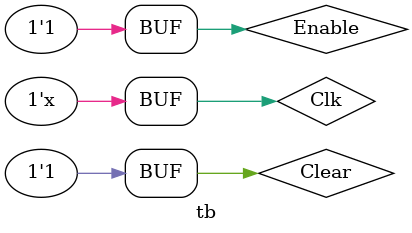
<source format=v>


module tb();
 reg Clk, Enable, Clear;
   wire [7:0]Q;
   
   
    lab6_2_1 tb (Clk, Clear, Enable, Q);
    
  initial begin
       Clk = 0;
       end 
       always #5 Clk = ~Clk;
       
       initial begin
       Enable = 0;
       #20 Enable = 1;
       #100 Enable = 0;
       #80 Enable = 1;
       end
       
       initial begin
       Clear = 0;
       #40 Clear = 1;
       end 

endmodule

</source>
